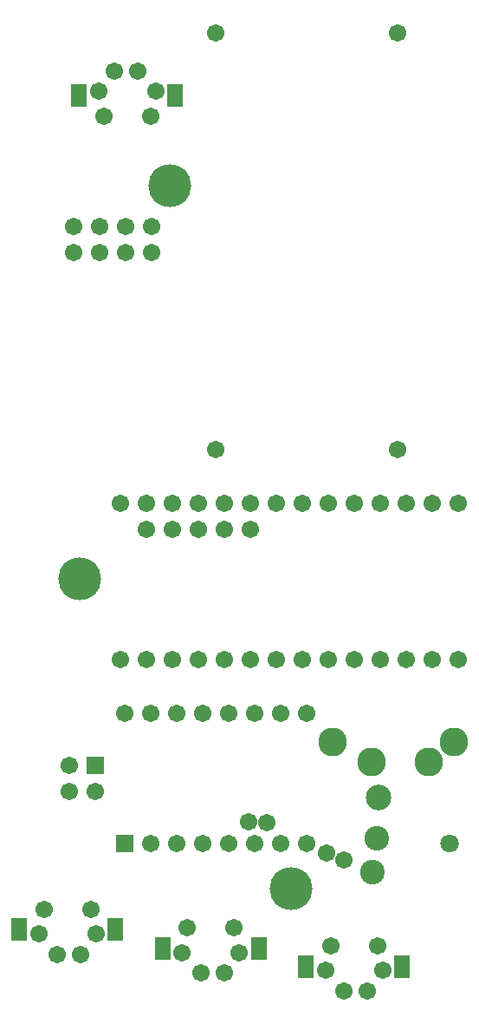
<source format=gbr>
G04 DipTrace 3.2.0.1*
G04 BottomMask.gbr*
%MOIN*%
G04 #@! TF.FileFunction,Soldermask,Bot*
G04 #@! TF.Part,Single*
%ADD27C,0.070866*%
%ADD28C,0.165*%
%ADD38C,0.067055*%
%ADD40R,0.067055X0.067055*%
%ADD42C,0.098551*%
%ADD44C,0.094614*%
%ADD46C,0.110362*%
%ADD48R,0.06X0.087*%
%ADD50C,0.067055*%
%FSLAX26Y26*%
G04*
G70*
G90*
G75*
G01*
G04 BotMask*
%LPD*%
D50*
X794947Y4030166D3*
X1014947D3*
X853947Y4108166D3*
X943947D3*
X814947Y3935166D3*
X994947D3*
D48*
X719947Y4014166D3*
X1089947D3*
D46*
X2160947Y1532166D3*
X1844018Y1453426D3*
X2064491D3*
X1696380Y1532166D3*
D44*
X1848947Y1031166D3*
D42*
X1871619Y1318105D3*
D44*
X1866252Y1159930D3*
D27*
X2145911Y1142210D3*
D50*
X1245947Y4253166D3*
X1245884Y2653166D3*
X1945947Y4253137D3*
X1945884Y2653137D3*
X2178947Y2447166D3*
X2078947D3*
X1978947D3*
X1878947D3*
X1778947D3*
X1678947D3*
X1578947D3*
X1478947D3*
X1378947D3*
X1278947D3*
X1178947D3*
X1078947D3*
X978947D3*
Y2347166D3*
X2178947Y1847166D3*
X2078947D3*
X1978947D3*
X1878947D3*
X1778947D3*
X1678947D3*
X1578947D3*
X1478947D3*
X1378947D3*
X1278947D3*
X1178947D3*
X1078947D3*
X978947D3*
X878947D3*
X1078947Y2347166D3*
X1178947D3*
X1278947D3*
X1378947D3*
X878947Y2447166D3*
D40*
X894947Y1142166D3*
D38*
X994947D3*
X1094947D3*
X1194947D3*
X1294947D3*
X1394947D3*
X1494947D3*
X1594947D3*
Y1642166D3*
X1494947D3*
X1394947D3*
X1294947D3*
X1194947D3*
X1094947D3*
X994947D3*
X894947D3*
D40*
X780947Y1442166D3*
D38*
Y1342166D3*
X680947Y1442166D3*
Y1342166D3*
D50*
X1887947Y653166D3*
X1667947D3*
X1828947Y575166D3*
X1738947D3*
X1867947Y748166D3*
X1687947D3*
D48*
X1962947Y669166D3*
X1592947D3*
D50*
X1335947Y722166D3*
X1115947D3*
X1276947Y644166D3*
X1186947D3*
X1315947Y817166D3*
X1135947D3*
D48*
X1410947Y738166D3*
X1040947D3*
D50*
X783947Y794166D3*
X563947D3*
X724947Y716166D3*
X634947D3*
X763947Y889166D3*
X583947D3*
D48*
X858947Y810166D3*
X488947D3*
D38*
X696947Y3410166D3*
X796947D3*
X896947D3*
X996947D3*
Y3510166D3*
X896947D3*
X796947D3*
X696947D3*
D28*
X720947Y2159166D3*
X1533947Y968166D3*
X1068947Y3668166D3*
D50*
X1671947Y1103166D3*
X1737947Y1079166D3*
X1371947Y1223166D3*
X1440947Y1220166D3*
M02*

</source>
